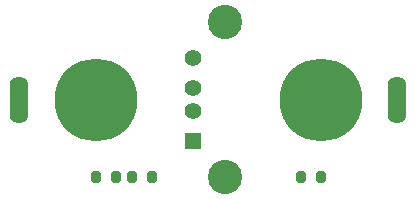
<source format=gbr>
%TF.GenerationSoftware,KiCad,Pcbnew,(6.0.5)*%
%TF.CreationDate,2022-05-17T08:39:17+02:00*%
%TF.ProjectId,supply2usb,73757070-6c79-4327-9573-622e6b696361,rev?*%
%TF.SameCoordinates,Original*%
%TF.FileFunction,Soldermask,Top*%
%TF.FilePolarity,Negative*%
%FSLAX46Y46*%
G04 Gerber Fmt 4.6, Leading zero omitted, Abs format (unit mm)*
G04 Created by KiCad (PCBNEW (6.0.5)) date 2022-05-17 08:39:17*
%MOMM*%
%LPD*%
G01*
G04 APERTURE LIST*
G04 Aperture macros list*
%AMRoundRect*
0 Rectangle with rounded corners*
0 $1 Rounding radius*
0 $2 $3 $4 $5 $6 $7 $8 $9 X,Y pos of 4 corners*
0 Add a 4 corners polygon primitive as box body*
4,1,4,$2,$3,$4,$5,$6,$7,$8,$9,$2,$3,0*
0 Add four circle primitives for the rounded corners*
1,1,$1+$1,$2,$3*
1,1,$1+$1,$4,$5*
1,1,$1+$1,$6,$7*
1,1,$1+$1,$8,$9*
0 Add four rect primitives between the rounded corners*
20,1,$1+$1,$2,$3,$4,$5,0*
20,1,$1+$1,$4,$5,$6,$7,0*
20,1,$1+$1,$6,$7,$8,$9,0*
20,1,$1+$1,$8,$9,$2,$3,0*%
G04 Aperture macros list end*
%ADD10RoundRect,0.200000X-0.200000X-0.275000X0.200000X-0.275000X0.200000X0.275000X-0.200000X0.275000X0*%
%ADD11C,7.000000*%
%ADD12O,1.600000X4.000000*%
%ADD13R,1.420000X1.420000*%
%ADD14C,1.420000*%
%ADD15C,2.900000*%
G04 APERTURE END LIST*
D10*
%TO.C,R2*%
X113050000Y-96570000D03*
X114700000Y-96570000D03*
%TD*%
D11*
%TO.C,J2*%
X129000000Y-90000000D03*
%TD*%
D12*
%TO.C,H2*%
X135500000Y-90000000D03*
%TD*%
D13*
%TO.C,J3*%
X118240000Y-93500000D03*
D14*
X118240000Y-91000000D03*
X118240000Y-89000000D03*
X118240000Y-86500000D03*
D15*
X120950000Y-83430000D03*
X120950000Y-96570000D03*
%TD*%
D12*
%TO.C,H1*%
X103500000Y-90000000D03*
%TD*%
D11*
%TO.C,J1*%
X110000000Y-90000000D03*
%TD*%
D10*
%TO.C,R3*%
X127350000Y-96570000D03*
X129000000Y-96570000D03*
%TD*%
%TO.C,R1*%
X110000000Y-96570000D03*
X111650000Y-96570000D03*
%TD*%
M02*

</source>
